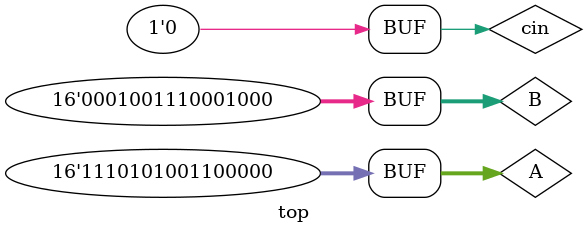
<source format=v>
`include "Sklansky.v"

module top;

wire [15:0] Sum;
wire cout;
reg [15:0] A;
reg [15:0] B;
reg cin;

sklansky adder(cin,A,B,Sum,cout);

initial
begin
    cin = 1'b0;
//    A = 16'b0000101110111000; //3000
//    B = 16'b0000101110111000; //3000 
//          0001011101110000
//    A = 16'b100000000000;  // 2048
//    B = 16'b10000000000;   // 1024
    A = 16'b1110101001100000; //60000
    B = 16'b1001110001000;    //5000


end

initial
begin
    $monitor ($time, "  A = %d   B = %d    \n\t\t  A+B = %d ",A,B,Sum);
    $dumpfile("DA2.vcd");
    $dumpvars;
end

endmodule
</source>
